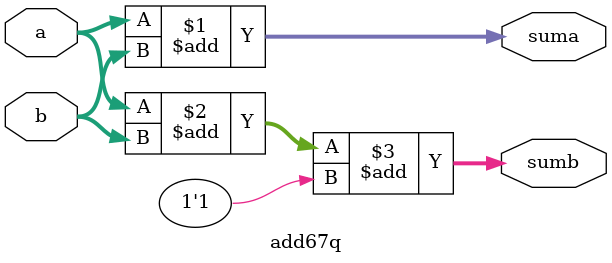
<source format=v>
module mpadder2 (
  input wire clk,
  input wire [1026:0] in_a,
  input wire [1026:0] in_b,
  output wire [1027:0] result
);

    wire [1026:0] MuxB = in_b;
    wire [1027:0] Sum;
    
    
    wire [1027:0] sumA;
    wire [1027:64] sumB;
    
    wire [14:0] carryA;
    wire [14:1] carryB;
    
    wire carry1;
    wire carry2;
    wire carry3;
    wire carry4;
    wire carry5;
    wire carry6;
    wire carry7;
    wire carry8;
    wire carry9;
    wire carry10;
    wire carry11;
    wire carry12;
    wire carry13;
    wire carry14;
    wire carry15;
    
  assign {carryA[0],sumA[63:0]} = in_a[63:0] + MuxB[63:0];   
  //assign {carryB[0],sumB[63:0]} = 65'b0;
  add64q A2(in_a[127:64], MuxB[127:64],sumA[127:64], carryA[1], sumB[127:64], carryB[1]);
  add64q A3(in_a[191:128], MuxB[191:128],sumA[191:128], carryA[2], sumB[191:128], carryB[2]);
  add64q A4(in_a[255:192], MuxB[255:192],sumA[255:192], carryA[3], sumB[255:192], carryB[3]);
  add64q A5(in_a[319:256], MuxB[319:256],sumA[319:256], carryA[4], sumB[319:256], carryB[4]);
  add64q A6(in_a[383:320], MuxB[383:320],sumA[383:320], carryA[5], sumB[383:320], carryB[5]);
  add64q A7(in_a[447:384], MuxB[447:384],sumA[447:384], carryA[6], sumB[447:384], carryB[6]);
  add64q A8(in_a[511:448], MuxB[511:448],sumA[511:448], carryA[7], sumB[511:448], carryB[7]);
  add64q A9(in_a[575:512], MuxB[575:512],sumA[575:512], carryA[8], sumB[575:512], carryB[8]);
  add64q A10(in_a[639:576], MuxB[639:576],sumA[639:576], carryA[9], sumB[639:576], carryB[9]);
  add64q A11(in_a[703:640], MuxB[703:640],sumA[703:640], carryA[10], sumB[703:640], carryB[10]);
  add64q A12(in_a[767:704], MuxB[767:704],sumA[767:704], carryA[11], sumB[767:704], carryB[11]);
  add64q A13(in_a[831:768], MuxB[831:768],sumA[831:768], carryA[12], sumB[831:768], carryB[12]);
  add64q A14(in_a[895:832], MuxB[895:832],sumA[895:832], carryA[13], sumB[895:832], carryB[13]);
  add64q A15(in_a[959:896], MuxB[959:896],sumA[959:896], carryA[14], sumB[959:896], carryB[14]);
  add67q A16(in_a[1026:960], MuxB[1026:960],sumA[1027:960], sumB[1027:960]);
  

    


  reg [1027:0] regA;
  reg [1027:64] regB;
  reg [14:0] regcA;
  reg [14:1] regcB;
  reg sub;
  always @(posedge clk) 
  begin
        regA <= sumA;
        regB <= sumB;
        regcA <= carryA;
        regcB <= carryB;
  end  
  
    assign carry1 = regcA[0];
    assign carry2 = carry1? regcB[1]: regcA[1];
    assign carry3 = carry2? regcB[2]: regcA[2];
    assign carry4 = carry3? regcB[3]: regcA[3];
    assign carry5 = carry4? regcB[4]: regcA[4];
    assign carry6 = carry5? regcB[5]: regcA[5];
    assign carry7 = carry6? regcB[6]: regcA[6];
    assign carry8 = carry7? regcB[7]: regcA[7];
    assign carry9 = carry8? regcB[8]: regcA[8];
    assign carry10 = carry9? regcB[9]: regcA[9];
    assign carry11 = carry10? regcB[10]: regcA[10];
    assign carry12 = carry11? regcB[11]: regcA[11];
    assign carry13 = carry12? regcB[12]: regcA[12];
    assign carry14 = carry13? regcB[13]: regcA[13];
    assign carry15 = carry14? regcB[14]: regcA[14];
  
    assign Sum[63:0] = regA[63:0];
    assign Sum[127:64] = carry1? regB[127:64]: regA[127:64];
    assign Sum[191:128] = carry2? regB[191:128]: regA[191:128];
    assign Sum[255:192] = carry3? regB[255:192]: regA[255:192];
    assign Sum[319:256] = carry4? regB[319:256]: regA[319:256];
    assign Sum[383:320] = carry5? regB[383:320]: regA[383:320];
    assign Sum[447:384] = carry6? regB[447:384]: regA[447:384];
    assign Sum[511:448] = carry7? regB[511:448]: regA[511:448];
    assign Sum[575:512] = carry8? regB[575:512]: regA[575:512];
    assign Sum[639:576] = carry9? regB[639:576]: regA[639:576];
    assign Sum[703:640] = carry10? regB[703:640]: regA[703:640];
    assign Sum[767:704] = carry11? regB[767:704]: regA[767:704];
    assign Sum[831:768] = carry12? regB[831:768]: regA[831:768];
    assign Sum[895:832] = carry13? regB[895:832]: regA[895:832];
    assign Sum[959:896] = carry14? regB[959:896]: regA[959:896];
    assign Sum[1027:960] = carry15? regB[1027:960]: regA[1027:960];
  

  assign result = Sum;


endmodule

module add64q(
    input wire [63:0] a,
    input wire [63:0] b,
    output wire [63:0] suma,
    output wire carrya,
    output wire [63:0] sumb,
    output wire carryb
    );
    
    assign {carrya, suma} = a+b;
    assign {carryb, sumb} = a+b+1'b1;
    
    
endmodule

module add67q(
    input wire [66:0] a,
    input wire [66:0] b,
    output wire [67:0] suma,
    output wire [67:0] sumb
    );
    
    assign suma= a+b;
    assign sumb = a+b+1'b1;
    
    
endmodule

</source>
